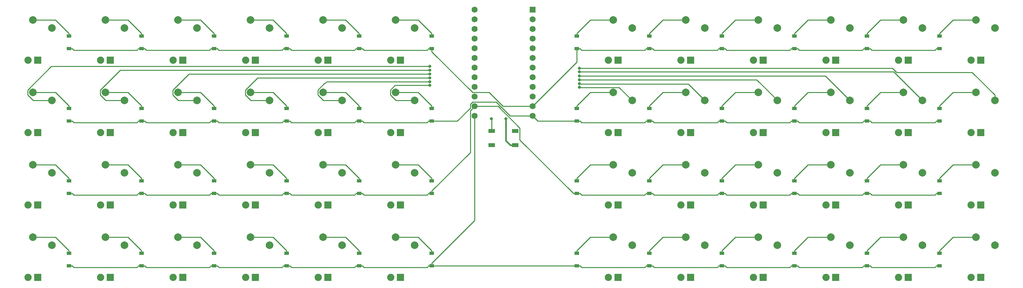
<source format=gtl>
G04 #@! TF.GenerationSoftware,KiCad,Pcbnew,(5.1.5)-3*
G04 #@! TF.CreationDate,2020-07-05T21:00:07-05:00*
G04 #@! TF.ProjectId,starter-ortho,73746172-7465-4722-9d6f-7274686f2e6b,rev?*
G04 #@! TF.SameCoordinates,Original*
G04 #@! TF.FileFunction,Copper,L1,Top*
G04 #@! TF.FilePolarity,Positive*
%FSLAX46Y46*%
G04 Gerber Fmt 4.6, Leading zero omitted, Abs format (unit mm)*
G04 Created by KiCad (PCBNEW (5.1.5)-3) date 2020-07-05 21:00:07*
%MOMM*%
%LPD*%
G04 APERTURE LIST*
%ADD10R,1.905000X1.905000*%
%ADD11C,1.905000*%
%ADD12C,2.000000*%
%ADD13C,1.600000*%
%ADD14R,1.600000X1.600000*%
%ADD15R,1.800000X1.100000*%
%ADD16R,1.200000X0.900000*%
%ADD17C,0.800000*%
%ADD18C,0.254000*%
%ADD19C,0.381000*%
G04 APERTURE END LIST*
D10*
X45720000Y-30100000D03*
D11*
X43180000Y-30100000D03*
D12*
X49450000Y-21600000D03*
X44450000Y-19500000D03*
D10*
X26670000Y-30100000D03*
D11*
X24130000Y-30100000D03*
D12*
X30400000Y-21600000D03*
X25400000Y-19500000D03*
D10*
X121920000Y-30100000D03*
D11*
X119380000Y-30100000D03*
D12*
X125650000Y-21600000D03*
X120650000Y-19500000D03*
D10*
X274320000Y-87250000D03*
D11*
X271780000Y-87250000D03*
D12*
X278050000Y-78750000D03*
X273050000Y-76650000D03*
D10*
X274320000Y-68200000D03*
D11*
X271780000Y-68200000D03*
D12*
X278050000Y-59700000D03*
X273050000Y-57600000D03*
D10*
X274320000Y-49150000D03*
D11*
X271780000Y-49150000D03*
D12*
X278050000Y-40650000D03*
X273050000Y-38550000D03*
D10*
X274320000Y-30100000D03*
D11*
X271780000Y-30100000D03*
D12*
X278050000Y-21600000D03*
X273050000Y-19500000D03*
D10*
X255270000Y-87250000D03*
D11*
X252730000Y-87250000D03*
D12*
X259000000Y-78750000D03*
X254000000Y-76650000D03*
D10*
X255270000Y-68200000D03*
D11*
X252730000Y-68200000D03*
D12*
X259000000Y-59700000D03*
X254000000Y-57600000D03*
D10*
X255270000Y-49150000D03*
D11*
X252730000Y-49150000D03*
D12*
X259000000Y-40650000D03*
X254000000Y-38550000D03*
D10*
X255270000Y-30100000D03*
D11*
X252730000Y-30100000D03*
D12*
X259000000Y-21600000D03*
X254000000Y-19500000D03*
D10*
X236220000Y-87250000D03*
D11*
X233680000Y-87250000D03*
D12*
X239950000Y-78750000D03*
X234950000Y-76650000D03*
D10*
X236220000Y-68200000D03*
D11*
X233680000Y-68200000D03*
D12*
X239950000Y-59700000D03*
X234950000Y-57600000D03*
D10*
X236220000Y-49150000D03*
D11*
X233680000Y-49150000D03*
D12*
X239950000Y-40650000D03*
X234950000Y-38550000D03*
D10*
X236220000Y-30100000D03*
D11*
X233680000Y-30100000D03*
D12*
X239950000Y-21600000D03*
X234950000Y-19500000D03*
D10*
X217170000Y-87250000D03*
D11*
X214630000Y-87250000D03*
D12*
X220900000Y-78750000D03*
X215900000Y-76650000D03*
D10*
X217170000Y-68200000D03*
D11*
X214630000Y-68200000D03*
D12*
X220900000Y-59700000D03*
X215900000Y-57600000D03*
D10*
X217170000Y-49150000D03*
D11*
X214630000Y-49150000D03*
D12*
X220900000Y-40650000D03*
X215900000Y-38550000D03*
D10*
X217170000Y-30100000D03*
D11*
X214630000Y-30100000D03*
D12*
X220900000Y-21600000D03*
X215900000Y-19500000D03*
D10*
X198120000Y-87250000D03*
D11*
X195580000Y-87250000D03*
D12*
X201850000Y-78750000D03*
X196850000Y-76650000D03*
D10*
X198120000Y-68200000D03*
D11*
X195580000Y-68200000D03*
D12*
X201850000Y-59700000D03*
X196850000Y-57600000D03*
D10*
X198120000Y-49150000D03*
D11*
X195580000Y-49150000D03*
D12*
X201850000Y-40650000D03*
X196850000Y-38550000D03*
D10*
X198120000Y-30100000D03*
D11*
X195580000Y-30100000D03*
D12*
X201850000Y-21600000D03*
X196850000Y-19500000D03*
D10*
X179070000Y-87250000D03*
D11*
X176530000Y-87250000D03*
D12*
X182800000Y-78750000D03*
X177800000Y-76650000D03*
D10*
X179070000Y-68200000D03*
D11*
X176530000Y-68200000D03*
D12*
X182800000Y-59700000D03*
X177800000Y-57600000D03*
D10*
X179070000Y-49150000D03*
D11*
X176530000Y-49150000D03*
D12*
X182800000Y-40650000D03*
X177800000Y-38550000D03*
D10*
X179070000Y-30100000D03*
D11*
X176530000Y-30100000D03*
D12*
X182800000Y-21600000D03*
X177800000Y-19500000D03*
D10*
X121920000Y-87250000D03*
D11*
X119380000Y-87250000D03*
D12*
X125650000Y-78750000D03*
X120650000Y-76650000D03*
D10*
X121920000Y-68200000D03*
D11*
X119380000Y-68200000D03*
D12*
X125650000Y-59700000D03*
X120650000Y-57600000D03*
D10*
X121920000Y-49150000D03*
D11*
X119380000Y-49150000D03*
D12*
X125650000Y-40650000D03*
X120650000Y-38550000D03*
D10*
X102870000Y-87250000D03*
D11*
X100330000Y-87250000D03*
D12*
X106600000Y-78750000D03*
X101600000Y-76650000D03*
D10*
X102870000Y-68200000D03*
D11*
X100330000Y-68200000D03*
D12*
X106600000Y-59700000D03*
X101600000Y-57600000D03*
D10*
X102870000Y-49150000D03*
D11*
X100330000Y-49150000D03*
D12*
X106600000Y-40650000D03*
X101600000Y-38550000D03*
D10*
X102870000Y-30100000D03*
D11*
X100330000Y-30100000D03*
D12*
X106600000Y-21600000D03*
X101600000Y-19500000D03*
D10*
X83820000Y-87250000D03*
D11*
X81280000Y-87250000D03*
D12*
X87550000Y-78750000D03*
X82550000Y-76650000D03*
D10*
X83820000Y-68200000D03*
D11*
X81280000Y-68200000D03*
D12*
X87550000Y-59700000D03*
X82550000Y-57600000D03*
D10*
X83820000Y-49150000D03*
D11*
X81280000Y-49150000D03*
D12*
X87550000Y-40650000D03*
X82550000Y-38550000D03*
D10*
X83820000Y-30100000D03*
D11*
X81280000Y-30100000D03*
D12*
X87550000Y-21600000D03*
X82550000Y-19500000D03*
D10*
X64770000Y-87250000D03*
D11*
X62230000Y-87250000D03*
D12*
X68500000Y-78750000D03*
X63500000Y-76650000D03*
D10*
X64770000Y-68200000D03*
D11*
X62230000Y-68200000D03*
D12*
X68500000Y-59700000D03*
X63500000Y-57600000D03*
D10*
X64770000Y-49150000D03*
D11*
X62230000Y-49150000D03*
D12*
X68500000Y-40650000D03*
X63500000Y-38550000D03*
D10*
X64770000Y-30100000D03*
D11*
X62230000Y-30100000D03*
D12*
X68500000Y-21600000D03*
X63500000Y-19500000D03*
D10*
X45720000Y-87250000D03*
D11*
X43180000Y-87250000D03*
D12*
X49450000Y-78750000D03*
X44450000Y-76650000D03*
D10*
X45720000Y-68200000D03*
D11*
X43180000Y-68200000D03*
D12*
X49450000Y-59700000D03*
X44450000Y-57600000D03*
D10*
X45720000Y-49150000D03*
D11*
X43180000Y-49150000D03*
D12*
X49450000Y-40650000D03*
X44450000Y-38550000D03*
D10*
X26670000Y-87250000D03*
D11*
X24130000Y-87250000D03*
D12*
X30400000Y-78750000D03*
X25400000Y-76650000D03*
D10*
X26670000Y-68200000D03*
D11*
X24130000Y-68200000D03*
D12*
X30400000Y-59700000D03*
X25400000Y-57600000D03*
D10*
X26670000Y-49150000D03*
D11*
X24130000Y-49150000D03*
D12*
X30400000Y-40650000D03*
X25400000Y-38550000D03*
D13*
X141414500Y-16795750D03*
X141414500Y-19335750D03*
X141414500Y-21875750D03*
X141414500Y-24415750D03*
X141414500Y-26955750D03*
X141414500Y-29495750D03*
X141414500Y-32035750D03*
X141414500Y-34575750D03*
X141414500Y-37115750D03*
X141414500Y-39655750D03*
X141414500Y-42195750D03*
X141414500Y-44735750D03*
X156654500Y-44735750D03*
X156654500Y-42195750D03*
X156654500Y-39655750D03*
X156654500Y-37115750D03*
X156654500Y-34575750D03*
X156654500Y-32035750D03*
X156654500Y-29495750D03*
X156654500Y-26955750D03*
X156654500Y-24415750D03*
X156654500Y-21875750D03*
X156654500Y-19335750D03*
D14*
X156654500Y-16795750D03*
D15*
X152071000Y-48727750D03*
X145871000Y-52427750D03*
X152071000Y-52427750D03*
X145871000Y-48727750D03*
D16*
X263525000Y-80900000D03*
X263525000Y-84200000D03*
X263525000Y-61850000D03*
X263525000Y-65150000D03*
X263525000Y-42800000D03*
X263525000Y-46100000D03*
X263525000Y-23750000D03*
X263525000Y-27050000D03*
X244475000Y-80900000D03*
X244475000Y-84200000D03*
X244475000Y-61850000D03*
X244475000Y-65150000D03*
X244475000Y-42800000D03*
X244475000Y-46100000D03*
X244475000Y-23750000D03*
X244475000Y-27050000D03*
X225425000Y-80900000D03*
X225425000Y-84200000D03*
X225425000Y-61850000D03*
X225425000Y-65150000D03*
X225425000Y-42800000D03*
X225425000Y-46100000D03*
X225425000Y-23750000D03*
X225425000Y-27050000D03*
X206375000Y-80900000D03*
X206375000Y-84200000D03*
X206375000Y-61850000D03*
X206375000Y-65150000D03*
X206375000Y-42800000D03*
X206375000Y-46100000D03*
X206375000Y-23750000D03*
X206375000Y-27050000D03*
X187325000Y-80900000D03*
X187325000Y-84200000D03*
X187325000Y-61850000D03*
X187325000Y-65150000D03*
X187325000Y-42800000D03*
X187325000Y-46100000D03*
X187325000Y-23750000D03*
X187325000Y-27050000D03*
X168275000Y-80900000D03*
X168275000Y-84200000D03*
X168275000Y-61850000D03*
X168275000Y-65150000D03*
X168275000Y-42800000D03*
X168275000Y-46100000D03*
X168275000Y-23750000D03*
X168275000Y-27050000D03*
X130175000Y-80900000D03*
X130175000Y-84200000D03*
X130175000Y-61850000D03*
X130175000Y-65150000D03*
X130175000Y-42800000D03*
X130175000Y-46100000D03*
X130175000Y-23750000D03*
X130175000Y-27050000D03*
X111125000Y-80900000D03*
X111125000Y-84200000D03*
X111125000Y-61850000D03*
X111125000Y-65150000D03*
X111125000Y-42800000D03*
X111125000Y-46100000D03*
X111125000Y-23750000D03*
X111125000Y-27050000D03*
X92075000Y-80900000D03*
X92075000Y-84200000D03*
X92075000Y-61850000D03*
X92075000Y-65150000D03*
X92075000Y-42800000D03*
X92075000Y-46100000D03*
X92075000Y-23750000D03*
X92075000Y-27050000D03*
X73025000Y-80900000D03*
X73025000Y-84200000D03*
X73025000Y-61850000D03*
X73025000Y-65150000D03*
X73025000Y-42800000D03*
X73025000Y-46100000D03*
X73025000Y-23750000D03*
X73025000Y-27050000D03*
X53975000Y-80900000D03*
X53975000Y-84200000D03*
X53975000Y-61850000D03*
X53975000Y-65150000D03*
X53975000Y-42800000D03*
X53975000Y-46100000D03*
X53975000Y-23750000D03*
X53975000Y-27050000D03*
X34925000Y-80900000D03*
X34925000Y-84200000D03*
X34925000Y-61850000D03*
X34925000Y-65150000D03*
X34925000Y-42800000D03*
X34925000Y-46100000D03*
X34925000Y-23750000D03*
X34925000Y-27050000D03*
D17*
X129667000Y-31702985D03*
X129667000Y-32702988D03*
X129667000Y-33702991D03*
X129667000Y-34702994D03*
X129667000Y-35702997D03*
X129667000Y-36703000D03*
X168910000Y-37211000D03*
X168910000Y-36210997D03*
X168910000Y-35210994D03*
X168910000Y-34210991D03*
X168910000Y-33147000D03*
X168910000Y-32146997D03*
X149606000Y-45466000D03*
X145796000Y-45466000D03*
D18*
X34925000Y-23046000D02*
X34925000Y-23750000D01*
X31379000Y-19500000D02*
X34925000Y-23046000D01*
X25400000Y-19500000D02*
X31379000Y-19500000D01*
X53121000Y-27050000D02*
X53975000Y-27050000D01*
X52743999Y-27427001D02*
X53121000Y-27050000D01*
X36156001Y-27427001D02*
X52743999Y-27427001D01*
X35779000Y-27050000D02*
X36156001Y-27427001D01*
X34925000Y-27050000D02*
X35779000Y-27050000D01*
X72171000Y-27050000D02*
X73025000Y-27050000D01*
X71793999Y-27427001D02*
X72171000Y-27050000D01*
X55206001Y-27427001D02*
X71793999Y-27427001D01*
X54829000Y-27050000D02*
X55206001Y-27427001D01*
X53975000Y-27050000D02*
X54829000Y-27050000D01*
X90843999Y-27427001D02*
X91221000Y-27050000D01*
X74256001Y-27427001D02*
X90843999Y-27427001D01*
X91221000Y-27050000D02*
X92075000Y-27050000D01*
X73879000Y-27050000D02*
X74256001Y-27427001D01*
X73025000Y-27050000D02*
X73879000Y-27050000D01*
X110271000Y-27050000D02*
X111125000Y-27050000D01*
X93306001Y-27427001D02*
X109893999Y-27427001D01*
X109893999Y-27427001D02*
X110271000Y-27050000D01*
X92929000Y-27050000D02*
X93306001Y-27427001D01*
X92075000Y-27050000D02*
X92929000Y-27050000D01*
X262671000Y-27050000D02*
X262289000Y-27432000D01*
X263525000Y-27050000D02*
X262671000Y-27050000D01*
X245329000Y-27050000D02*
X244475000Y-27050000D01*
X245711000Y-27432000D02*
X245329000Y-27050000D01*
X262289000Y-27432000D02*
X245711000Y-27432000D01*
X243621000Y-27050000D02*
X243239000Y-27432000D01*
X244475000Y-27050000D02*
X243621000Y-27050000D01*
X226279000Y-27050000D02*
X225425000Y-27050000D01*
X226661000Y-27432000D02*
X226279000Y-27050000D01*
X243239000Y-27432000D02*
X226661000Y-27432000D01*
X207611000Y-27432000D02*
X207229000Y-27050000D01*
X224189000Y-27432000D02*
X207611000Y-27432000D01*
X224571000Y-27050000D02*
X224189000Y-27432000D01*
X207229000Y-27050000D02*
X206375000Y-27050000D01*
X225425000Y-27050000D02*
X224571000Y-27050000D01*
X205521000Y-27050000D02*
X205139000Y-27432000D01*
X206375000Y-27050000D02*
X205521000Y-27050000D01*
X188179000Y-27050000D02*
X187325000Y-27050000D01*
X188561000Y-27432000D02*
X188179000Y-27050000D01*
X205139000Y-27432000D02*
X188561000Y-27432000D01*
X186471000Y-27050000D02*
X186089000Y-27432000D01*
X187325000Y-27050000D02*
X186471000Y-27050000D01*
X169129000Y-27050000D02*
X168275000Y-27050000D01*
X169511000Y-27432000D02*
X169129000Y-27050000D01*
X186089000Y-27432000D02*
X169511000Y-27432000D01*
X111979000Y-27050000D02*
X112361000Y-27432000D01*
X111125000Y-27050000D02*
X111979000Y-27050000D01*
X129321000Y-27050000D02*
X130175000Y-27050000D01*
X128939000Y-27432000D02*
X129321000Y-27050000D01*
X112361000Y-27432000D02*
X128939000Y-27432000D01*
X168275000Y-30575250D02*
X156654500Y-42195750D01*
X168275000Y-27050000D02*
X168275000Y-30575250D01*
X140873539Y-38528749D02*
X145194733Y-38528749D01*
X148861734Y-42195750D02*
X156654500Y-42195750D01*
X130175000Y-27050000D02*
X130175000Y-27830210D01*
X145194733Y-38528749D02*
X148861734Y-42195750D01*
X130175000Y-27830210D02*
X140873539Y-38528749D01*
X34925000Y-42096000D02*
X34925000Y-42800000D01*
X31379000Y-38550000D02*
X34925000Y-42096000D01*
X25400000Y-38550000D02*
X31379000Y-38550000D01*
X53121000Y-46100000D02*
X53975000Y-46100000D01*
X52743999Y-46477001D02*
X53121000Y-46100000D01*
X35779000Y-46100000D02*
X36156001Y-46477001D01*
X36156001Y-46477001D02*
X52743999Y-46477001D01*
X34925000Y-46100000D02*
X35779000Y-46100000D01*
X71793999Y-46477001D02*
X72171000Y-46100000D01*
X72171000Y-46100000D02*
X73025000Y-46100000D01*
X55206001Y-46477001D02*
X71793999Y-46477001D01*
X54829000Y-46100000D02*
X55206001Y-46477001D01*
X53975000Y-46100000D02*
X54829000Y-46100000D01*
X74256001Y-46477001D02*
X90843999Y-46477001D01*
X90843999Y-46477001D02*
X91221000Y-46100000D01*
X73879000Y-46100000D02*
X74256001Y-46477001D01*
X91221000Y-46100000D02*
X92075000Y-46100000D01*
X73025000Y-46100000D02*
X73879000Y-46100000D01*
X110271000Y-46100000D02*
X111125000Y-46100000D01*
X109893999Y-46477001D02*
X110271000Y-46100000D01*
X93306001Y-46477001D02*
X109893999Y-46477001D01*
X92929000Y-46100000D02*
X93306001Y-46477001D01*
X92075000Y-46100000D02*
X92929000Y-46100000D01*
X128943999Y-46477001D02*
X129321000Y-46100000D01*
X129321000Y-46100000D02*
X130175000Y-46100000D01*
X112356001Y-46477001D02*
X128943999Y-46477001D01*
X111979000Y-46100000D02*
X112356001Y-46477001D01*
X111125000Y-46100000D02*
X111979000Y-46100000D01*
X262671000Y-46100000D02*
X262289000Y-46482000D01*
X263525000Y-46100000D02*
X262671000Y-46100000D01*
X245329000Y-46100000D02*
X244475000Y-46100000D01*
X245711000Y-46482000D02*
X245329000Y-46100000D01*
X262289000Y-46482000D02*
X245711000Y-46482000D01*
X243621000Y-46100000D02*
X243239000Y-46482000D01*
X244475000Y-46100000D02*
X243621000Y-46100000D01*
X226279000Y-46100000D02*
X225425000Y-46100000D01*
X226661000Y-46482000D02*
X226279000Y-46100000D01*
X243239000Y-46482000D02*
X226661000Y-46482000D01*
X207229000Y-46100000D02*
X206375000Y-46100000D01*
X207606001Y-46477001D02*
X207229000Y-46100000D01*
X224193999Y-46477001D02*
X207606001Y-46477001D01*
X224571000Y-46100000D02*
X224193999Y-46477001D01*
X225425000Y-46100000D02*
X224571000Y-46100000D01*
X188179000Y-46100000D02*
X187325000Y-46100000D01*
X205143999Y-46477001D02*
X188556001Y-46477001D01*
X205521000Y-46100000D02*
X205143999Y-46477001D01*
X188556001Y-46477001D02*
X188179000Y-46100000D01*
X206375000Y-46100000D02*
X205521000Y-46100000D01*
X169129000Y-46100000D02*
X168275000Y-46100000D01*
X169506001Y-46477001D02*
X169129000Y-46100000D01*
X186093999Y-46477001D02*
X169506001Y-46477001D01*
X186471000Y-46100000D02*
X186093999Y-46477001D01*
X187325000Y-46100000D02*
X186471000Y-46100000D01*
X158018750Y-46100000D02*
X156654500Y-44735750D01*
X168275000Y-46100000D02*
X158018750Y-46100000D01*
X147092667Y-41068749D02*
X150759668Y-44735750D01*
X130175000Y-46100000D02*
X136868183Y-46100000D01*
X150759668Y-44735750D02*
X156654500Y-44735750D01*
X140287499Y-42680684D02*
X140287499Y-41654789D01*
X140873539Y-41068749D02*
X147092667Y-41068749D01*
X136868183Y-46100000D02*
X140287499Y-42680684D01*
X140287499Y-41654789D02*
X140873539Y-41068749D01*
X34925000Y-61146000D02*
X34925000Y-61850000D01*
X31379000Y-57600000D02*
X34925000Y-61146000D01*
X25400000Y-57600000D02*
X31379000Y-57600000D01*
X53121000Y-65150000D02*
X53975000Y-65150000D01*
X52743999Y-65527001D02*
X53121000Y-65150000D01*
X36156001Y-65527001D02*
X52743999Y-65527001D01*
X35779000Y-65150000D02*
X36156001Y-65527001D01*
X34925000Y-65150000D02*
X35779000Y-65150000D01*
X71793999Y-65527001D02*
X72171000Y-65150000D01*
X72171000Y-65150000D02*
X73025000Y-65150000D01*
X55206001Y-65527001D02*
X71793999Y-65527001D01*
X54829000Y-65150000D02*
X55206001Y-65527001D01*
X53975000Y-65150000D02*
X54829000Y-65150000D01*
X90843999Y-65527001D02*
X91221000Y-65150000D01*
X74256001Y-65527001D02*
X90843999Y-65527001D01*
X91221000Y-65150000D02*
X92075000Y-65150000D01*
X73879000Y-65150000D02*
X74256001Y-65527001D01*
X73025000Y-65150000D02*
X73879000Y-65150000D01*
X110271000Y-65150000D02*
X111125000Y-65150000D01*
X109893999Y-65527001D02*
X110271000Y-65150000D01*
X93306001Y-65527001D02*
X109893999Y-65527001D01*
X92929000Y-65150000D02*
X93306001Y-65527001D01*
X92075000Y-65150000D02*
X92929000Y-65150000D01*
X129321000Y-65150000D02*
X130175000Y-65150000D01*
X128943999Y-65527001D02*
X129321000Y-65150000D01*
X112356001Y-65527001D02*
X128943999Y-65527001D01*
X111979000Y-65150000D02*
X112356001Y-65527001D01*
X111125000Y-65150000D02*
X111979000Y-65150000D01*
X262671000Y-65150000D02*
X262289000Y-65532000D01*
X263525000Y-65150000D02*
X262671000Y-65150000D01*
X245329000Y-65150000D02*
X244475000Y-65150000D01*
X245711000Y-65532000D02*
X245329000Y-65150000D01*
X262289000Y-65532000D02*
X245711000Y-65532000D01*
X243243999Y-65527001D02*
X226656001Y-65527001D01*
X226279000Y-65150000D02*
X225425000Y-65150000D01*
X226656001Y-65527001D02*
X226279000Y-65150000D01*
X243621000Y-65150000D02*
X243243999Y-65527001D01*
X244475000Y-65150000D02*
X243621000Y-65150000D01*
X207229000Y-65150000D02*
X206375000Y-65150000D01*
X207606001Y-65527001D02*
X207229000Y-65150000D01*
X224193999Y-65527001D02*
X207606001Y-65527001D01*
X224571000Y-65150000D02*
X224193999Y-65527001D01*
X225425000Y-65150000D02*
X224571000Y-65150000D01*
X205521000Y-65150000D02*
X205139000Y-65532000D01*
X206375000Y-65150000D02*
X205521000Y-65150000D01*
X188179000Y-65150000D02*
X187325000Y-65150000D01*
X188561000Y-65532000D02*
X188179000Y-65150000D01*
X205139000Y-65532000D02*
X188561000Y-65532000D01*
X186471000Y-65150000D02*
X186089000Y-65532000D01*
X187325000Y-65150000D02*
X186471000Y-65150000D01*
X169129000Y-65150000D02*
X168275000Y-65150000D01*
X169506001Y-65527001D02*
X169129000Y-65150000D01*
X178557001Y-65527001D02*
X169506001Y-65527001D01*
X178562000Y-65532000D02*
X178557001Y-65527001D01*
X186089000Y-65532000D02*
X178562000Y-65532000D01*
X142545870Y-42195750D02*
X141414500Y-42195750D01*
X153298001Y-47916149D02*
X147577602Y-42195750D01*
X153298001Y-51027001D02*
X153298001Y-47916149D01*
X167421000Y-65150000D02*
X153298001Y-51027001D01*
X147577602Y-42195750D02*
X142545870Y-42195750D01*
X168275000Y-65150000D02*
X167421000Y-65150000D01*
X140614501Y-42995749D02*
X141414500Y-42195750D01*
X140287499Y-43322751D02*
X140614501Y-42995749D01*
X140287499Y-54333501D02*
X140287499Y-43322751D01*
X130175000Y-64446000D02*
X140287499Y-54333501D01*
X130175000Y-65150000D02*
X130175000Y-64446000D01*
X34925000Y-80196000D02*
X34925000Y-80900000D01*
X31379000Y-76650000D02*
X34925000Y-80196000D01*
X25400000Y-76650000D02*
X31379000Y-76650000D01*
X35779000Y-84200000D02*
X36161000Y-84582000D01*
X34925000Y-84200000D02*
X35779000Y-84200000D01*
X53121000Y-84200000D02*
X53975000Y-84200000D01*
X52739000Y-84582000D02*
X53121000Y-84200000D01*
X36161000Y-84582000D02*
X52739000Y-84582000D01*
X54829000Y-84200000D02*
X55211000Y-84582000D01*
X53975000Y-84200000D02*
X54829000Y-84200000D01*
X72171000Y-84200000D02*
X73025000Y-84200000D01*
X71789000Y-84582000D02*
X72171000Y-84200000D01*
X55211000Y-84582000D02*
X71789000Y-84582000D01*
X73879000Y-84200000D02*
X74261000Y-84582000D01*
X73025000Y-84200000D02*
X73879000Y-84200000D01*
X91221000Y-84200000D02*
X92075000Y-84200000D01*
X90839000Y-84582000D02*
X91221000Y-84200000D01*
X74261000Y-84582000D02*
X90839000Y-84582000D01*
X92929000Y-84200000D02*
X93311000Y-84582000D01*
X92075000Y-84200000D02*
X92929000Y-84200000D01*
X110271000Y-84200000D02*
X111125000Y-84200000D01*
X109889000Y-84582000D02*
X110271000Y-84200000D01*
X93311000Y-84582000D02*
X109889000Y-84582000D01*
X111979000Y-84200000D02*
X112361000Y-84582000D01*
X111125000Y-84200000D02*
X111979000Y-84200000D01*
X128939000Y-84582000D02*
X129321000Y-84200000D01*
X129321000Y-84200000D02*
X130175000Y-84200000D01*
X112361000Y-84582000D02*
X128939000Y-84582000D01*
X262671000Y-84200000D02*
X262289000Y-84582000D01*
X263525000Y-84200000D02*
X262671000Y-84200000D01*
X245329000Y-84200000D02*
X244475000Y-84200000D01*
X245711000Y-84582000D02*
X245329000Y-84200000D01*
X262289000Y-84582000D02*
X245711000Y-84582000D01*
X243621000Y-84200000D02*
X243239000Y-84582000D01*
X244475000Y-84200000D02*
X243621000Y-84200000D01*
X226279000Y-84200000D02*
X225425000Y-84200000D01*
X226661000Y-84582000D02*
X226279000Y-84200000D01*
X243239000Y-84582000D02*
X226661000Y-84582000D01*
X224571000Y-84200000D02*
X224189000Y-84582000D01*
X225425000Y-84200000D02*
X224571000Y-84200000D01*
X207606001Y-84577001D02*
X207229000Y-84200000D01*
X216657001Y-84577001D02*
X207606001Y-84577001D01*
X207229000Y-84200000D02*
X206375000Y-84200000D01*
X216662000Y-84582000D02*
X216657001Y-84577001D01*
X224189000Y-84582000D02*
X216662000Y-84582000D01*
X205521000Y-84200000D02*
X205139000Y-84582000D01*
X206375000Y-84200000D02*
X205521000Y-84200000D01*
X188179000Y-84200000D02*
X187325000Y-84200000D01*
X188561000Y-84582000D02*
X188179000Y-84200000D01*
X205139000Y-84582000D02*
X188561000Y-84582000D01*
X186471000Y-84200000D02*
X186089000Y-84582000D01*
X187325000Y-84200000D02*
X186471000Y-84200000D01*
X169511000Y-84582000D02*
X169129000Y-84200000D01*
X169129000Y-84200000D02*
X168275000Y-84200000D01*
X186089000Y-84582000D02*
X169511000Y-84582000D01*
X130175000Y-84200000D02*
X168275000Y-84200000D01*
X141414500Y-45867120D02*
X141414500Y-44735750D01*
X141414500Y-72256500D02*
X141414500Y-45867120D01*
X130175000Y-83496000D02*
X141414500Y-72256500D01*
X130175000Y-84200000D02*
X130175000Y-83496000D01*
X53975000Y-23046000D02*
X53975000Y-23750000D01*
X50429000Y-19500000D02*
X53975000Y-23046000D01*
X44450000Y-19500000D02*
X50429000Y-19500000D01*
X50429000Y-38550000D02*
X53975000Y-42096000D01*
X53975000Y-42096000D02*
X53975000Y-42800000D01*
X44450000Y-38550000D02*
X50429000Y-38550000D01*
X53975000Y-61146000D02*
X53975000Y-61850000D01*
X50429000Y-57600000D02*
X53975000Y-61146000D01*
X44450000Y-57600000D02*
X50429000Y-57600000D01*
X50429000Y-76650000D02*
X53975000Y-80196000D01*
X53975000Y-80196000D02*
X53975000Y-80900000D01*
X44450000Y-76650000D02*
X50429000Y-76650000D01*
X73025000Y-23046000D02*
X73025000Y-23750000D01*
X69479000Y-19500000D02*
X73025000Y-23046000D01*
X63500000Y-19500000D02*
X69479000Y-19500000D01*
X69479000Y-38550000D02*
X73025000Y-42096000D01*
X73025000Y-42096000D02*
X73025000Y-42800000D01*
X63500000Y-38550000D02*
X69479000Y-38550000D01*
X73025000Y-61146000D02*
X73025000Y-61850000D01*
X69479000Y-57600000D02*
X73025000Y-61146000D01*
X63500000Y-57600000D02*
X69479000Y-57600000D01*
X73025000Y-80196000D02*
X73025000Y-80900000D01*
X69479000Y-76650000D02*
X73025000Y-80196000D01*
X63500000Y-76650000D02*
X69479000Y-76650000D01*
X88529000Y-19500000D02*
X92075000Y-23046000D01*
X92075000Y-23046000D02*
X92075000Y-23750000D01*
X82550000Y-19500000D02*
X88529000Y-19500000D01*
X92075000Y-42096000D02*
X92075000Y-42800000D01*
X88529000Y-38550000D02*
X92075000Y-42096000D01*
X82550000Y-38550000D02*
X88529000Y-38550000D01*
X92075000Y-61146000D02*
X92075000Y-61850000D01*
X88529000Y-57600000D02*
X92075000Y-61146000D01*
X82550000Y-57600000D02*
X88529000Y-57600000D01*
X92075000Y-80196000D02*
X92075000Y-80900000D01*
X88529000Y-76650000D02*
X92075000Y-80196000D01*
X82550000Y-76650000D02*
X88529000Y-76650000D01*
X107579000Y-19500000D02*
X111125000Y-23046000D01*
X111125000Y-23046000D02*
X111125000Y-23750000D01*
X101600000Y-19500000D02*
X107579000Y-19500000D01*
X107579000Y-38550000D02*
X111125000Y-42096000D01*
X111125000Y-42096000D02*
X111125000Y-42800000D01*
X101600000Y-38550000D02*
X107579000Y-38550000D01*
X111125000Y-61146000D02*
X111125000Y-61850000D01*
X107579000Y-57600000D02*
X111125000Y-61146000D01*
X101600000Y-57600000D02*
X107579000Y-57600000D01*
X111125000Y-80196000D02*
X111125000Y-80900000D01*
X107579000Y-76650000D02*
X111125000Y-80196000D01*
X101600000Y-76650000D02*
X107579000Y-76650000D01*
X130175000Y-23046000D02*
X130175000Y-23750000D01*
X126629000Y-19500000D02*
X130175000Y-23046000D01*
X120650000Y-19500000D02*
X126629000Y-19500000D01*
X130175000Y-42096000D02*
X130175000Y-42800000D01*
X126629000Y-38550000D02*
X130175000Y-42096000D01*
X120650000Y-38550000D02*
X126629000Y-38550000D01*
X130175000Y-61146000D02*
X130175000Y-61850000D01*
X126629000Y-57600000D02*
X130175000Y-61146000D01*
X120650000Y-57600000D02*
X126629000Y-57600000D01*
X130175000Y-80196000D02*
X130175000Y-80900000D01*
X126629000Y-76650000D02*
X130175000Y-80196000D01*
X120650000Y-76650000D02*
X126629000Y-76650000D01*
X168275000Y-23046000D02*
X168275000Y-23750000D01*
X171821000Y-19500000D02*
X168275000Y-23046000D01*
X177800000Y-19500000D02*
X171821000Y-19500000D01*
X168275000Y-42096000D02*
X168275000Y-42800000D01*
X171821000Y-38550000D02*
X168275000Y-42096000D01*
X177800000Y-38550000D02*
X171821000Y-38550000D01*
X168275000Y-61146000D02*
X168275000Y-61850000D01*
X171821000Y-57600000D02*
X168275000Y-61146000D01*
X177800000Y-57600000D02*
X171821000Y-57600000D01*
X168275000Y-80196000D02*
X168275000Y-80900000D01*
X171821000Y-76650000D02*
X168275000Y-80196000D01*
X177800000Y-76650000D02*
X171821000Y-76650000D01*
X187325000Y-23046000D02*
X187325000Y-23750000D01*
X190871000Y-19500000D02*
X187325000Y-23046000D01*
X196850000Y-19500000D02*
X190871000Y-19500000D01*
X187325000Y-42096000D02*
X187325000Y-42800000D01*
X190871000Y-38550000D02*
X187325000Y-42096000D01*
X196850000Y-38550000D02*
X190871000Y-38550000D01*
X187325000Y-61146000D02*
X187325000Y-61850000D01*
X190871000Y-57600000D02*
X187325000Y-61146000D01*
X196850000Y-57600000D02*
X190871000Y-57600000D01*
X187325000Y-80196000D02*
X187325000Y-80900000D01*
X190871000Y-76650000D02*
X187325000Y-80196000D01*
X196850000Y-76650000D02*
X190871000Y-76650000D01*
X206375000Y-23046000D02*
X206375000Y-23750000D01*
X209921000Y-19500000D02*
X206375000Y-23046000D01*
X215900000Y-19500000D02*
X209921000Y-19500000D01*
X206375000Y-42096000D02*
X206375000Y-42800000D01*
X209921000Y-38550000D02*
X206375000Y-42096000D01*
X215900000Y-38550000D02*
X209921000Y-38550000D01*
X206375000Y-61146000D02*
X206375000Y-61850000D01*
X209921000Y-57600000D02*
X206375000Y-61146000D01*
X215900000Y-57600000D02*
X209921000Y-57600000D01*
X206375000Y-80196000D02*
X206375000Y-80900000D01*
X209921000Y-76650000D02*
X206375000Y-80196000D01*
X215900000Y-76650000D02*
X209921000Y-76650000D01*
X228971000Y-19500000D02*
X225425000Y-23046000D01*
X225425000Y-23046000D02*
X225425000Y-23750000D01*
X234950000Y-19500000D02*
X228971000Y-19500000D01*
X225425000Y-42096000D02*
X225425000Y-42800000D01*
X228971000Y-38550000D02*
X225425000Y-42096000D01*
X234950000Y-38550000D02*
X228971000Y-38550000D01*
X225425000Y-61146000D02*
X225425000Y-61850000D01*
X228971000Y-57600000D02*
X225425000Y-61146000D01*
X234950000Y-57600000D02*
X228971000Y-57600000D01*
X225425000Y-80196000D02*
X225425000Y-80900000D01*
X228971000Y-76650000D02*
X225425000Y-80196000D01*
X234950000Y-76650000D02*
X228971000Y-76650000D01*
X244475000Y-23046000D02*
X244475000Y-23750000D01*
X248021000Y-19500000D02*
X244475000Y-23046000D01*
X254000000Y-19500000D02*
X248021000Y-19500000D01*
X244475000Y-42096000D02*
X244475000Y-42800000D01*
X248021000Y-38550000D02*
X244475000Y-42096000D01*
X254000000Y-38550000D02*
X248021000Y-38550000D01*
X244475000Y-61146000D02*
X244475000Y-61850000D01*
X248021000Y-57600000D02*
X244475000Y-61146000D01*
X254000000Y-57600000D02*
X248021000Y-57600000D01*
X244475000Y-80196000D02*
X244475000Y-80900000D01*
X248021000Y-76650000D02*
X244475000Y-80196000D01*
X254000000Y-76650000D02*
X248021000Y-76650000D01*
X263525000Y-23046000D02*
X263525000Y-23750000D01*
X267071000Y-19500000D02*
X263525000Y-23046000D01*
X273050000Y-19500000D02*
X267071000Y-19500000D01*
X263525000Y-42096000D02*
X263525000Y-42800000D01*
X267071000Y-38550000D02*
X263525000Y-42096000D01*
X273050000Y-38550000D02*
X267071000Y-38550000D01*
X263525000Y-61146000D02*
X263525000Y-61850000D01*
X267071000Y-57600000D02*
X263525000Y-61146000D01*
X273050000Y-57600000D02*
X267071000Y-57600000D01*
X267071000Y-76650000D02*
X263525000Y-80196000D01*
X263525000Y-80196000D02*
X263525000Y-80900000D01*
X273050000Y-76650000D02*
X267071000Y-76650000D01*
X30400000Y-40650000D02*
X25536038Y-40650000D01*
X24072999Y-39186961D02*
X24072999Y-37913039D01*
X24072999Y-37913039D02*
X30283053Y-31702985D01*
X25536038Y-40650000D02*
X24072999Y-39186961D01*
X30283053Y-31702985D02*
X129667000Y-31702985D01*
X44586038Y-40650000D02*
X43122999Y-39186961D01*
X49450000Y-40650000D02*
X44586038Y-40650000D01*
X43122999Y-39186961D02*
X43122999Y-37913039D01*
X43122999Y-37913039D02*
X48333050Y-32702988D01*
X48333050Y-32702988D02*
X129667000Y-32702988D01*
X63636038Y-40650000D02*
X62172999Y-39186961D01*
X68500000Y-40650000D02*
X63636038Y-40650000D01*
X62172999Y-39186961D02*
X62172999Y-37913039D01*
X62172999Y-37913039D02*
X66383047Y-33702991D01*
X66383047Y-33702991D02*
X129667000Y-33702991D01*
X81222999Y-37913039D02*
X83395048Y-35740990D01*
X81222999Y-39186961D02*
X81222999Y-37913039D01*
X87550000Y-40650000D02*
X82686038Y-40650000D01*
X82686038Y-40650000D02*
X81222999Y-39186961D01*
X83395048Y-35740990D02*
X83395048Y-35730952D01*
X83395048Y-35730952D02*
X83820000Y-35306000D01*
X83820000Y-35306000D02*
X84423006Y-34702994D01*
X84423006Y-34702994D02*
X129667000Y-34702994D01*
X100272999Y-37913039D02*
X101991038Y-36195000D01*
X100272999Y-39186961D02*
X100272999Y-37913039D01*
X106600000Y-40650000D02*
X101736038Y-40650000D01*
X101736038Y-40650000D02*
X100272999Y-39186961D01*
X101991038Y-36195000D02*
X102108000Y-36195000D01*
X102108000Y-36195000D02*
X102600003Y-35702997D01*
X102600003Y-35702997D02*
X129667000Y-35702997D01*
X119322999Y-37913039D02*
X120533038Y-36703000D01*
X119322999Y-39186961D02*
X119322999Y-37913039D01*
X125650000Y-40650000D02*
X120786038Y-40650000D01*
X120786038Y-40650000D02*
X119322999Y-39186961D01*
X120533038Y-36703000D02*
X129667000Y-36703000D01*
X168921999Y-37222999D02*
X168910000Y-37211000D01*
X182800000Y-40650000D02*
X179372999Y-37222999D01*
X179372999Y-37222999D02*
X168921999Y-37222999D01*
X201850000Y-40650000D02*
X197522000Y-36322000D01*
X197522000Y-36322000D02*
X169021003Y-36322000D01*
X169021003Y-36322000D02*
X168910000Y-36210997D01*
X220900000Y-40650000D02*
X220970000Y-40650000D01*
X220970000Y-40650000D02*
X215530994Y-35210994D01*
X215530994Y-35210994D02*
X168910000Y-35210994D01*
X239950000Y-40650000D02*
X233510991Y-34210991D01*
X233510991Y-34210991D02*
X168910000Y-34210991D01*
X259000000Y-40650000D02*
X251497000Y-33147000D01*
X251497000Y-33147000D02*
X168910000Y-33147000D01*
X278050000Y-39235787D02*
X272088213Y-33274000D01*
X278050000Y-40650000D02*
X278050000Y-39235787D01*
X252266066Y-33274000D02*
X251685057Y-32692990D01*
X272088213Y-33274000D02*
X252266066Y-33274000D01*
X251685057Y-32692990D02*
X251139064Y-32146997D01*
X251139064Y-32146997D02*
X168910000Y-32146997D01*
D19*
X149606000Y-51243750D02*
X149606000Y-45466000D01*
X152071000Y-52427750D02*
X150790000Y-52427750D01*
X150790000Y-52427750D02*
X149606000Y-51243750D01*
D18*
X145871000Y-48727750D02*
X145871000Y-45541000D01*
X145871000Y-45541000D02*
X145796000Y-45466000D01*
M02*

</source>
